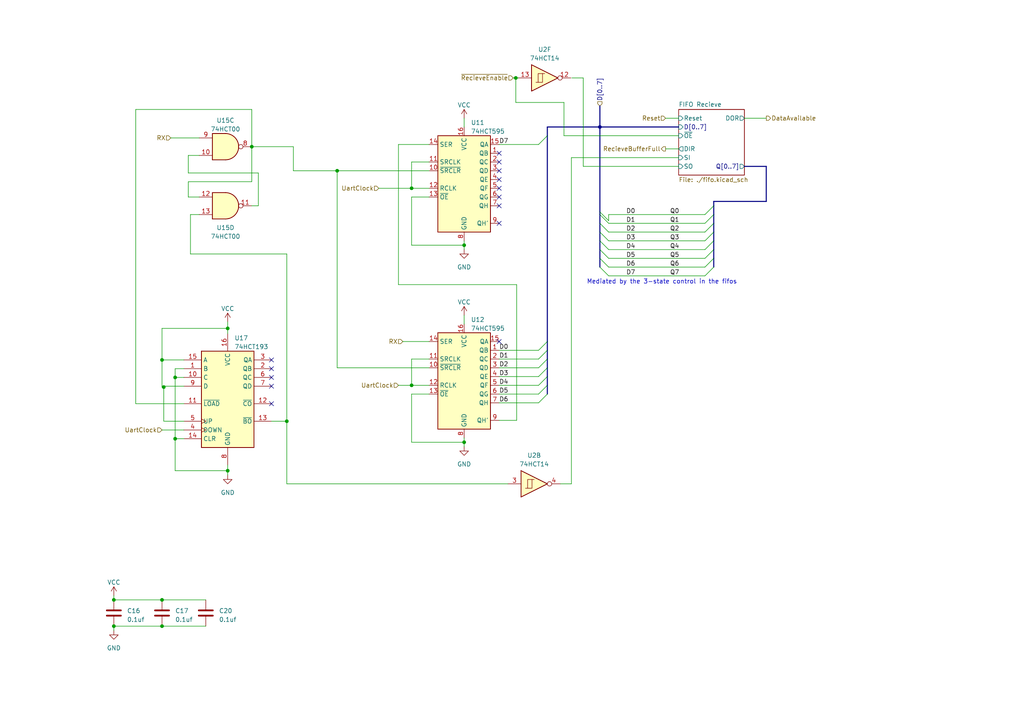
<source format=kicad_sch>
(kicad_sch (version 20231120) (generator "eeschema") (generator_version "8.0")
  (paper "A4")
  (lib_symbols
    (symbol "74xx:74HCT00" (pin_names (offset 1.016))
      (property "Reference" "U" (at 0 1.27 0))
      (property "Value" "74HCT00" (at 0 -1.27 0))
      (symbol "74HCT00_1_1"
        (arc (start 0 -3.81) (mid 3.7934 0) (end 0 3.81) (stroke (width 0.254)) (fill (type background)))
        (polyline (pts (xy 0 3.81) (xy -3.81 3.81) (xy -3.81 -3.81) (xy 0 -3.81)) (stroke (width 0.254)) (fill (type background)))
        (pin input line (at -7.62 2.54 0) (length 3.81) (name "~") (number "1"))
        (pin input line (at -7.62 -2.54 0) (length 3.81) (name "~") (number "2"))
        (pin output inverted (at 7.62 0 180) (length 3.81) (name "~") (number "3"))
      )
      (symbol "74HCT00_1_2"
        (arc (start -3.81 -3.81) (mid -2.589 0) (end -3.81 3.81) (stroke (width 0.254)))
        (arc (start -0.6096 -3.81) (mid 2.1842 -2.5851) (end 3.81 0) (stroke (width 0.254)) (fill (type background)))
        (polyline (pts (xy -3.81 -3.81) (xy -0.635 -3.81)) (stroke (width 0.254)) (fill (type background)))
        (polyline (pts (xy -3.81 3.81) (xy -0.635 3.81)) (stroke (width 0.254)) (fill (type background)))
        (polyline (pts (xy -0.635 3.81) (xy -3.81 3.81) (xy -3.81 3.81) (xy -3.556 3.4036) (xy -3.0226 2.2606) (xy -2.6924 1.0414) (xy -2.6162 -0.254) (xy -2.7686 -1.4986) (xy -3.175 -2.7178) (xy -3.81 -3.81) (xy -3.81 -3.81) (xy -0.635 -3.81)) (stroke (width -25.4)) (fill (type background)))
        (arc (start 3.81 0) (mid 2.1915 2.5936) (end -0.6096 3.81) (stroke (width 0.254)) (fill (type background)))
        (pin input inverted (at -7.62 2.54 0) (length 4.318) (name "~") (number "1"))
        (pin input inverted (at -7.62 -2.54 0) (length 4.318) (name "~") (number "2"))
        (pin output line (at 7.62 0 180) (length 3.81) (name "~") (number "3"))
      )
      (symbol "74HCT00_2_1"
        (arc (start 0 -3.81) (mid 3.7934 0) (end 0 3.81) (stroke (width 0.254)) (fill (type background)))
        (polyline (pts (xy 0 3.81) (xy -3.81 3.81) (xy -3.81 -3.81) (xy 0 -3.81)) (stroke (width 0.254)) (fill (type background)))
        (pin input line (at -7.62 2.54 0) (length 3.81) (name "~") (number "4"))
        (pin input line (at -7.62 -2.54 0) (length 3.81) (name "~") (number "5"))
        (pin output inverted (at 7.62 0 180) (length 3.81) (name "~") (number "6"))
      )
      (symbol "74HCT00_2_2"
        (arc (start -3.81 -3.81) (mid -2.589 0) (end -3.81 3.81) (stroke (width 0.254)))
        (arc (start -0.6096 -3.81) (mid 2.1842 -2.5851) (end 3.81 0) (stroke (width 0.254)) (fill (type background)))
        (polyline (pts (xy -3.81 -3.81) (xy -0.635 -3.81)) (stroke (width 0.254)) (fill (type background)))
        (polyline (pts (xy -3.81 3.81) (xy -0.635 3.81)) (stroke (width 0.254)) (fill (type background)))
        (polyline (pts (xy -0.635 3.81) (xy -3.81 3.81) (xy -3.81 3.81) (xy -3.556 3.4036) (xy -3.0226 2.2606) (xy -2.6924 1.0414) (xy -2.6162 -0.254) (xy -2.7686 -1.4986) (xy -3.175 -2.7178) (xy -3.81 -3.81) (xy -3.81 -3.81) (xy -0.635 -3.81)) (stroke (width -25.4)) (fill (type background)))
        (arc (start 3.81 0) (mid 2.1915 2.5936) (end -0.6096 3.81) (stroke (width 0.254)) (fill (type background)))
        (pin input inverted (at -7.62 2.54 0) (length 4.318) (name "~") (number "4"))
        (pin input inverted (at -7.62 -2.54 0) (length 4.318) (name "~") (number "5"))
        (pin output line (at 7.62 0 180) (length 3.81) (name "~") (number "6"))
      )
      (symbol "74HCT00_3_1"
        (arc (start 0 -3.81) (mid 3.7934 0) (end 0 3.81) (stroke (width 0.254)) (fill (type background)))
        (polyline (pts (xy 0 3.81) (xy -3.81 3.81) (xy -3.81 -3.81) (xy 0 -3.81)) (stroke (width 0.254)) (fill (type background)))
        (pin input line (at -7.62 -2.54 0) (length 3.81) (name "~") (number "10"))
        (pin output inverted (at 7.62 0 180) (length 3.81) (name "~") (number "8"))
        (pin input line (at -7.62 2.54 0) (length 3.81) (name "~") (number "9"))
      )
      (symbol "74HCT00_3_2"
        (arc (start -3.81 -3.81) (mid -2.589 0) (end -3.81 3.81) (stroke (width 0.254)))
        (arc (start -0.6096 -3.81) (mid 2.1842 -2.5851) (end 3.81 0) (stroke (width 0.254)) (fill (type background)))
        (polyline (pts (xy -3.81 -3.81) (xy -0.635 -3.81)) (stroke (width 0.254)) (fill (type background)))
        (polyline (pts (xy -3.81 3.81) (xy -0.635 3.81)) (stroke (width 0.254)) (fill (type background)))
        (polyline (pts (xy -0.635 3.81) (xy -3.81 3.81) (xy -3.81 3.81) (xy -3.556 3.4036) (xy -3.0226 2.2606) (xy -2.6924 1.0414) (xy -2.6162 -0.254) (xy -2.7686 -1.4986) (xy -3.175 -2.7178) (xy -3.81 -3.81) (xy -3.81 -3.81) (xy -0.635 -3.81)) (stroke (width -25.4)) (fill (type background)))
        (arc (start 3.81 0) (mid 2.1915 2.5936) (end -0.6096 3.81) (stroke (width 0.254)) (fill (type background)))
        (pin input inverted (at -7.62 -2.54 0) (length 4.318) (name "~") (number "10"))
        (pin output line (at 7.62 0 180) (length 3.81) (name "~") (number "8"))
        (pin input inverted (at -7.62 2.54 0) (length 4.318) (name "~") (number "9"))
      )
      (symbol "74HCT00_4_1"
        (arc (start 0 -3.81) (mid 3.7934 0) (end 0 3.81) (stroke (width 0.254)) (fill (type background)))
        (polyline (pts (xy 0 3.81) (xy -3.81 3.81) (xy -3.81 -3.81) (xy 0 -3.81)) (stroke (width 0.254)) (fill (type background)))
        (pin output inverted (at 7.62 0 180) (length 3.81) (name "~") (number "11"))
        (pin input line (at -7.62 2.54 0) (length 3.81) (name "~") (number "12"))
        (pin input line (at -7.62 -2.54 0) (length 3.81) (name "~") (number "13"))
      )
      (symbol "74HCT00_4_2"
        (arc (start -3.81 -3.81) (mid -2.589 0) (end -3.81 3.81) (stroke (width 0.254)))
        (arc (start -0.6096 -3.81) (mid 2.1842 -2.5851) (end 3.81 0) (stroke (width 0.254)) (fill (type background)))
        (polyline (pts (xy -3.81 -3.81) (xy -0.635 -3.81)) (stroke (width 0.254)) (fill (type background)))
        (polyline (pts (xy -3.81 3.81) (xy -0.635 3.81)) (stroke (width 0.254)) (fill (type background)))
        (polyline (pts (xy -0.635 3.81) (xy -3.81 3.81) (xy -3.81 3.81) (xy -3.556 3.4036) (xy -3.0226 2.2606) (xy -2.6924 1.0414) (xy -2.6162 -0.254) (xy -2.7686 -1.4986) (xy -3.175 -2.7178) (xy -3.81 -3.81) (xy -3.81 -3.81) (xy -0.635 -3.81)) (stroke (width -25.4)) (fill (type background)))
        (arc (start 3.81 0) (mid 2.1915 2.5936) (end -0.6096 3.81) (stroke (width 0.254)) (fill (type background)))
        (pin output line (at 7.62 0 180) (length 3.81) (name "~") (number "11"))
        (pin input inverted (at -7.62 2.54 0) (length 4.318) (name "~") (number "12"))
        (pin input inverted (at -7.62 -2.54 0) (length 4.318) (name "~") (number "13"))
      )
      (symbol "74HCT00_5_0"
        (pin power_in line (at 0 12.7 270) (length 5.08) (name "VCC") (number "14"))
        (pin power_in line (at 0 -12.7 90) (length 5.08) (name "GND") (number "7"))
      )
      (symbol "74HCT00_5_1"
        (rectangle (start -5.08 7.62) (end 5.08 -7.62) (stroke (width 0.254)) (fill (type background)))
      )
    )
    (symbol "74xx:74LS14" (pin_names (offset 1.016))
      (property "Reference" "U" (at 0 1.27 0))
      (property "Value" "74LS14" (at 0 -1.27 0))
      (symbol "74LS14_1_0"
        (polyline (pts (xy -3.81 3.81) (xy -3.81 -3.81) (xy 3.81 0) (xy -3.81 3.81)) (stroke (width 0.254)) (fill (type background)))
        (pin input line (at -7.62 0 0) (length 3.81) (name "~") (number "1"))
        (pin output inverted (at 7.62 0 180) (length 3.81) (name "~") (number "2"))
      )
      (symbol "74LS14_1_1"
        (polyline (pts (xy -1.905 -1.27) (xy -1.905 1.27) (xy -0.635 1.27)))
        (polyline (pts (xy -2.54 -1.27) (xy -0.635 -1.27) (xy -0.635 1.27) (xy 0 1.27)))
      )
      (symbol "74LS14_2_0"
        (polyline (pts (xy -3.81 3.81) (xy -3.81 -3.81) (xy 3.81 0) (xy -3.81 3.81)) (stroke (width 0.254)) (fill (type background)))
        (pin input line (at -7.62 0 0) (length 3.81) (name "~") (number "3"))
        (pin output inverted (at 7.62 0 180) (length 3.81) (name "~") (number "4"))
      )
      (symbol "74LS14_2_1"
        (polyline (pts (xy -1.905 -1.27) (xy -1.905 1.27) (xy -0.635 1.27)))
        (polyline (pts (xy -2.54 -1.27) (xy -0.635 -1.27) (xy -0.635 1.27) (xy 0 1.27)))
      )
      (symbol "74LS14_3_0"
        (polyline (pts (xy -3.81 3.81) (xy -3.81 -3.81) (xy 3.81 0) (xy -3.81 3.81)) (stroke (width 0.254)) (fill (type background)))
        (pin input line (at -7.62 0 0) (length 3.81) (name "~") (number "5"))
        (pin output inverted (at 7.62 0 180) (length 3.81) (name "~") (number "6"))
      )
      (symbol "74LS14_3_1"
        (polyline (pts (xy -1.905 -1.27) (xy -1.905 1.27) (xy -0.635 1.27)))
        (polyline (pts (xy -2.54 -1.27) (xy -0.635 -1.27) (xy -0.635 1.27) (xy 0 1.27)))
      )
      (symbol "74LS14_4_0"
        (polyline (pts (xy -3.81 3.81) (xy -3.81 -3.81) (xy 3.81 0) (xy -3.81 3.81)) (stroke (width 0.254)) (fill (type background)))
        (pin output inverted (at 7.62 0 180) (length 3.81) (name "~") (number "8"))
        (pin input line (at -7.62 0 0) (length 3.81) (name "~") (number "9"))
      )
      (symbol "74LS14_4_1"
        (polyline (pts (xy -1.905 -1.27) (xy -1.905 1.27) (xy -0.635 1.27)))
        (polyline (pts (xy -2.54 -1.27) (xy -0.635 -1.27) (xy -0.635 1.27) (xy 0 1.27)))
      )
      (symbol "74LS14_5_0"
        (polyline (pts (xy -3.81 3.81) (xy -3.81 -3.81) (xy 3.81 0) (xy -3.81 3.81)) (stroke (width 0.254)) (fill (type background)))
        (pin output inverted (at 7.62 0 180) (length 3.81) (name "~") (number "10"))
        (pin input line (at -7.62 0 0) (length 3.81) (name "~") (number "11"))
      )
      (symbol "74LS14_5_1"
        (polyline (pts (xy -1.905 -1.27) (xy -1.905 1.27) (xy -0.635 1.27)))
        (polyline (pts (xy -2.54 -1.27) (xy -0.635 -1.27) (xy -0.635 1.27) (xy 0 1.27)))
      )
      (symbol "74LS14_6_0"
        (polyline (pts (xy -3.81 3.81) (xy -3.81 -3.81) (xy 3.81 0) (xy -3.81 3.81)) (stroke (width 0.254)) (fill (type background)))
        (pin output inverted (at 7.62 0 180) (length 3.81) (name "~") (number "12"))
        (pin input line (at -7.62 0 0) (length 3.81) (name "~") (number "13"))
      )
      (symbol "74LS14_6_1"
        (polyline (pts (xy -1.905 -1.27) (xy -1.905 1.27) (xy -0.635 1.27)))
        (polyline (pts (xy -2.54 -1.27) (xy -0.635 -1.27) (xy -0.635 1.27) (xy 0 1.27)))
      )
      (symbol "74LS14_7_0"
        (pin power_in line (at 0 12.7 270) (length 5.08) (name "VCC") (number "14"))
        (pin power_in line (at 0 -12.7 90) (length 5.08) (name "GND") (number "7"))
      )
      (symbol "74LS14_7_1"
        (rectangle (start -5.08 7.62) (end 5.08 -7.62) (stroke (width 0.254)) (fill (type background)))
      )
    )
    (symbol "74xx:74LS193"
      (property "Reference" "U" (at -7.62 13.97 0))
      (property "Value" "74LS193" (at 5.08 13.97 0))
      (symbol "74LS193_1_0"
        (pin input line (at -12.7 7.62 0) (length 5.08) (name "B") (number "1"))
        (pin input line (at -12.7 5.08 0) (length 5.08) (name "C") (number "10"))
        (pin input line (at -12.7 -2.54 0) (length 5.08) (name "~{LOAD}") (number "11"))
        (pin output line (at 12.7 -2.54 180) (length 5.08) (name "~{CO}") (number "12"))
        (pin output line (at 12.7 -7.62 180) (length 5.08) (name "~{BO}") (number "13"))
        (pin input line (at -12.7 -12.7 0) (length 5.08) (name "CLR") (number "14"))
        (pin input line (at -12.7 10.16 0) (length 5.08) (name "A") (number "15"))
        (pin power_in line (at 0 17.78 270) (length 5.08) (name "VCC") (number "16"))
        (pin output line (at 12.7 7.62 180) (length 5.08) (name "QB") (number "2"))
        (pin output line (at 12.7 10.16 180) (length 5.08) (name "QA") (number "3"))
        (pin input clock (at -12.7 -10.16 0) (length 5.08) (name "DOWN") (number "4"))
        (pin input clock (at -12.7 -7.62 0) (length 5.08) (name "UP") (number "5"))
        (pin output line (at 12.7 5.08 180) (length 5.08) (name "QC") (number "6"))
        (pin output line (at 12.7 2.54 180) (length 5.08) (name "QD") (number "7"))
        (pin power_in line (at 0 -20.32 90) (length 5.08) (name "GND") (number "8"))
        (pin input line (at -12.7 2.54 0) (length 5.08) (name "D") (number "9"))
      )
      (symbol "74LS193_1_1"
        (rectangle (start -7.62 12.7) (end 7.62 -15.24) (stroke (width 0.254)) (fill (type background)))
      )
    )
    (symbol "74xx:74LS595"
      (property "Reference" "U" (at -7.62 13.97 0))
      (property "Value" "74LS595" (at -7.62 -16.51 0))
      (symbol "74LS595_1_0"
        (pin tri_state line (at 10.16 7.62 180) (length 2.54) (name "QB") (number "1"))
        (pin input line (at -10.16 2.54 0) (length 2.54) (name "~{SRCLR}") (number "10"))
        (pin input line (at -10.16 5.08 0) (length 2.54) (name "SRCLK") (number "11"))
        (pin input line (at -10.16 -2.54 0) (length 2.54) (name "RCLK") (number "12"))
        (pin input line (at -10.16 -5.08 0) (length 2.54) (name "~{OE}") (number "13"))
        (pin input line (at -10.16 10.16 0) (length 2.54) (name "SER") (number "14"))
        (pin tri_state line (at 10.16 10.16 180) (length 2.54) (name "QA") (number "15"))
        (pin power_in line (at 0 15.24 270) (length 2.54) (name "VCC") (number "16"))
        (pin tri_state line (at 10.16 5.08 180) (length 2.54) (name "QC") (number "2"))
        (pin tri_state line (at 10.16 2.54 180) (length 2.54) (name "QD") (number "3"))
        (pin tri_state line (at 10.16 0 180) (length 2.54) (name "QE") (number "4"))
        (pin tri_state line (at 10.16 -2.54 180) (length 2.54) (name "QF") (number "5"))
        (pin tri_state line (at 10.16 -5.08 180) (length 2.54) (name "QG") (number "6"))
        (pin tri_state line (at 10.16 -7.62 180) (length 2.54) (name "QH") (number "7"))
        (pin power_in line (at 0 -17.78 90) (length 2.54) (name "GND") (number "8"))
        (pin output line (at 10.16 -12.7 180) (length 2.54) (name "QH'") (number "9"))
      )
      (symbol "74LS595_1_1"
        (rectangle (start -7.62 12.7) (end 7.62 -15.24) (stroke (width 0.254)) (fill (type background)))
      )
    )
    (symbol "Device:C" (pin_numbers hide) (pin_names (offset 0.254))
      (property "Reference" "C" (at 0.635 2.54 0))
      (property "Value" "C" (at 0.635 -2.54 0))
      (symbol "C_0_1"
        (polyline (pts (xy -2.032 -0.762) (xy 2.032 -0.762)) (stroke (width 0.508)))
        (polyline (pts (xy -2.032 0.762) (xy 2.032 0.762)) (stroke (width 0.508)))
      )
      (symbol "C_1_1"
        (pin passive line (at 0 3.81 270) (length 2.794) (name "~") (number "1"))
        (pin passive line (at 0 -3.81 90) (length 2.794) (name "~") (number "2"))
      )
    )
    (symbol "power:GND" (power) (pin_names (offset 0))
      (property "Value" "GND" (at 0 -3.81 0))
      (symbol "GND_0_1"
        (polyline (pts (xy 0 0) (xy 0 -1.27) (xy 1.27 -1.27) (xy 0 -2.54) (xy -1.27 -1.27) (xy 0 -1.27)))
      )
      (symbol "GND_1_1"
        (pin power_in line (at 0 0 270) (length 0) hide (name "GND") (number "1"))
      )
    )
    (symbol "power:VCC" (power) (pin_names (offset 0))
      (property "Value" "VCC" (at 0 3.81 0))
      (symbol "VCC_0_1"
        (polyline (pts (xy -0.762 1.27) (xy 0 2.54)))
        (polyline (pts (xy 0 0) (xy 0 2.54)))
        (polyline (pts (xy 0 2.54) (xy 0.762 1.27)))
      )
      (symbol "VCC_1_1"
        (pin power_in line (at 0 0 90) (length 0) hide (name "VCC") (number "1"))
      )
    )
  )
  (junction (at 97.79 49.53))
  (junction (at 134.62 71.12))
  (junction (at 33.02 173.99))
  (junction (at 50.8 109.474))
  (junction (at 119.38 54.61))
  (junction (at 119.38 111.76))
  (junction (at 173.99 36.83))
  (junction (at 73.025 42.545))
  (junction (at 66.04 95.25))
  (junction (at 46.99 181.61))
  (junction (at 46.99 173.99))
  (junction (at 50.8 127.254))
  (junction (at 33.02 181.61))
  (junction (at 46.99 104.394))
  (junction (at 134.62 128.27))
  (junction (at 83.185 122.174))
  (junction (at 47.498 112.268))
  (junction (at 149.606 22.606))
  (junction (at 66.04 136.525))
  (no_connect (at 144.78 64.77))
  (no_connect (at 78.74 117.094))
  (no_connect (at 144.78 59.69))
  (no_connect (at 144.78 99.06))
  (no_connect (at 78.74 106.934))
  (no_connect (at 144.78 54.61))
  (no_connect (at 144.78 52.07))
  (no_connect (at 78.74 109.474))
  (no_connect (at 144.78 57.15))
  (no_connect (at 144.78 44.45))
  (no_connect (at 144.78 46.99))
  (no_connect (at 144.78 49.53))
  (no_connect (at 78.74 104.394))
  (no_connect (at 78.74 112.014))
  (bus_entry (at 173.99 64.77) (size 2.54 2.54))
  (bus_entry (at 173.99 62.23) (size 2.54 2.54))
  (bus_entry (at 158.75 101.6) (size -2.54 2.54))
  (bus_entry (at 173.99 77.47) (size 2.54 2.54))
  (bus_entry (at 173.99 61.468) (size 2.54 2.54))
  (bus_entry (at 207.01 67.31) (size -2.54 2.54))
  (bus_entry (at 158.75 39.37) (size -2.54 2.54))
  (bus_entry (at 158.75 109.22) (size -2.54 2.54))
  (bus_entry (at 207.01 77.47) (size -2.54 2.54))
  (bus_entry (at 207.01 64.77) (size -2.54 2.54))
  (bus_entry (at 158.75 111.76) (size -2.54 2.54))
  (bus_entry (at 207.01 62.23) (size -2.54 2.54))
  (bus_entry (at 207.01 59.69) (size -2.54 2.54))
  (bus_entry (at 173.99 74.93) (size 2.54 2.54))
  (bus_entry (at 173.99 72.39) (size 2.54 2.54))
  (bus_entry (at 207.01 74.93) (size -2.54 2.54))
  (bus_entry (at 158.75 106.68) (size -2.54 2.54))
  (bus_entry (at 173.99 67.31) (size 2.54 2.54))
  (bus_entry (at 173.99 69.85) (size 2.54 2.54))
  (bus_entry (at 158.75 104.14) (size -2.54 2.54))
  (bus_entry (at 207.01 72.39) (size -2.54 2.54))
  (bus_entry (at 158.75 99.06) (size -2.54 2.54))
  (bus_entry (at 207.01 69.85) (size -2.54 2.54))
  (bus_entry (at 158.75 114.3) (size -2.54 2.54))
  (wire (pts (xy 97.79 106.68) (xy 124.46 106.68)))
  (bus (pts (xy 207.01 67.31) (xy 207.01 69.85)))
  (wire (pts (xy 176.53 64.77) (xy 204.47 64.77)))
  (wire (pts (xy 124.46 54.61) (xy 119.38 54.61)))
  (wire (pts (xy 47.752 112.014) (xy 47.752 112.268)))
  (wire (pts (xy 215.9 34.29) (xy 222.25 34.29)))
  (bus (pts (xy 158.75 111.76) (xy 158.75 114.3)))
  (bus (pts (xy 173.99 61.468) (xy 173.99 62.23)))
  (wire (pts (xy 66.04 95.25) (xy 66.04 96.774)))
  (wire (pts (xy 66.04 136.525) (xy 66.04 137.795)))
  (bus (pts (xy 222.25 58.42) (xy 207.01 58.42)))
  (bus (pts (xy 173.99 62.23) (xy 173.99 64.77)))
  (bus (pts (xy 207.01 72.39) (xy 207.01 74.93)))
  (wire (pts (xy 149.606 22.606) (xy 150.368 22.606)))
  (wire (pts (xy 33.02 181.61) (xy 33.02 182.88)))
  (wire (pts (xy 50.8 109.474) (xy 50.8 127.254)))
  (wire (pts (xy 55.245 73.66) (xy 55.245 62.23)))
  (wire (pts (xy 149.606 29.718) (xy 149.606 22.606)))
  (wire (pts (xy 148.844 22.606) (xy 149.606 22.606)))
  (wire (pts (xy 83.185 122.174) (xy 83.185 140.335)))
  (bus (pts (xy 207.01 69.85) (xy 207.01 72.39)))
  (wire (pts (xy 176.53 74.93) (xy 204.47 74.93)))
  (wire (pts (xy 66.04 134.874) (xy 66.04 136.525)))
  (wire (pts (xy 46.99 112.268) (xy 47.498 112.268)))
  (bus (pts (xy 173.99 36.83) (xy 173.99 61.468)))
  (wire (pts (xy 165.735 45.72) (xy 165.735 140.335)))
  (wire (pts (xy 144.78 111.76) (xy 156.21 111.76)))
  (wire (pts (xy 193.04 34.29) (xy 196.85 34.29)))
  (bus (pts (xy 173.99 72.39) (xy 173.99 74.93)))
  (wire (pts (xy 66.04 93.345) (xy 66.04 95.25)))
  (wire (pts (xy 119.38 114.3) (xy 119.38 128.27)))
  (wire (pts (xy 74.93 50.165) (xy 54.61 50.165)))
  (wire (pts (xy 74.93 59.69) (xy 74.93 50.165)))
  (wire (pts (xy 55.245 62.23) (xy 57.785 62.23)))
  (wire (pts (xy 176.53 64.008) (xy 176.53 62.23)))
  (wire (pts (xy 119.38 46.99) (xy 119.38 54.61)))
  (bus (pts (xy 158.75 36.83) (xy 158.75 39.37)))
  (wire (pts (xy 39.37 31.75) (xy 39.37 117.094)))
  (bus (pts (xy 222.25 48.26) (xy 215.9 48.26)))
  (wire (pts (xy 134.62 127) (xy 134.62 128.27)))
  (wire (pts (xy 144.78 106.68) (xy 156.21 106.68)))
  (wire (pts (xy 144.78 41.91) (xy 156.21 41.91)))
  (wire (pts (xy 134.62 71.12) (xy 134.62 72.39)))
  (bus (pts (xy 207.01 62.23) (xy 207.01 64.77)))
  (wire (pts (xy 169.164 22.606) (xy 169.164 48.26)))
  (wire (pts (xy 50.8 127.254) (xy 50.8 136.525)))
  (bus (pts (xy 173.99 64.77) (xy 173.99 67.31)))
  (wire (pts (xy 176.53 67.31) (xy 204.47 67.31)))
  (wire (pts (xy 73.025 52.705) (xy 54.61 52.705)))
  (bus (pts (xy 158.75 36.83) (xy 173.99 36.83)))
  (wire (pts (xy 50.8 106.934) (xy 50.8 109.474)))
  (wire (pts (xy 147.32 140.335) (xy 83.185 140.335)))
  (wire (pts (xy 196.85 39.37) (xy 163.576 39.37)))
  (wire (pts (xy 162.56 140.335) (xy 165.735 140.335)))
  (wire (pts (xy 144.78 116.84) (xy 156.21 116.84)))
  (wire (pts (xy 47.498 112.268) (xy 47.498 122.174)))
  (wire (pts (xy 83.185 122.174) (xy 83.185 73.66)))
  (wire (pts (xy 149.86 121.92) (xy 149.86 82.55)))
  (bus (pts (xy 222.25 48.26) (xy 222.25 58.42)))
  (wire (pts (xy 46.99 104.394) (xy 53.34 104.394)))
  (bus (pts (xy 173.99 30.734) (xy 173.99 36.83)))
  (wire (pts (xy 53.34 106.934) (xy 50.8 106.934)))
  (wire (pts (xy 134.62 69.85) (xy 134.62 71.12)))
  (wire (pts (xy 176.53 72.39) (xy 204.47 72.39)))
  (wire (pts (xy 134.62 34.29) (xy 134.62 36.83)))
  (wire (pts (xy 124.46 114.3) (xy 119.38 114.3)))
  (wire (pts (xy 176.53 62.23) (xy 204.47 62.23)))
  (bus (pts (xy 207.01 74.93) (xy 207.01 77.47)))
  (wire (pts (xy 46.99 95.25) (xy 66.04 95.25)))
  (wire (pts (xy 134.62 128.27) (xy 134.62 129.54)))
  (wire (pts (xy 46.99 104.394) (xy 46.99 112.268)))
  (wire (pts (xy 193.04 43.18) (xy 196.85 43.18)))
  (bus (pts (xy 173.99 74.93) (xy 173.99 77.47)))
  (wire (pts (xy 115.57 111.76) (xy 119.38 111.76)))
  (wire (pts (xy 73.025 42.545) (xy 73.025 52.705)))
  (wire (pts (xy 47.752 112.268) (xy 47.498 112.268)))
  (wire (pts (xy 116.84 99.06) (xy 124.46 99.06)))
  (wire (pts (xy 134.62 91.44) (xy 134.62 93.98)))
  (wire (pts (xy 50.8 127.254) (xy 53.34 127.254)))
  (wire (pts (xy 119.38 128.27) (xy 134.62 128.27)))
  (wire (pts (xy 119.38 104.14) (xy 124.46 104.14)))
  (bus (pts (xy 173.99 36.83) (xy 196.85 36.83)))
  (wire (pts (xy 54.61 45.085) (xy 57.785 45.085)))
  (wire (pts (xy 124.46 111.76) (xy 119.38 111.76)))
  (wire (pts (xy 196.85 45.72) (xy 165.735 45.72)))
  (wire (pts (xy 176.53 80.01) (xy 204.47 80.01)))
  (bus (pts (xy 158.75 109.22) (xy 158.75 111.76)))
  (wire (pts (xy 33.02 173.99) (xy 33.02 172.72)))
  (wire (pts (xy 50.8 109.474) (xy 53.34 109.474)))
  (wire (pts (xy 144.78 121.92) (xy 149.86 121.92)))
  (wire (pts (xy 176.53 77.47) (xy 204.47 77.47)))
  (wire (pts (xy 39.37 31.75) (xy 73.025 31.75)))
  (wire (pts (xy 97.79 49.53) (xy 85.09 49.53)))
  (wire (pts (xy 46.99 95.25) (xy 46.99 104.394)))
  (wire (pts (xy 169.164 48.26) (xy 196.85 48.26)))
  (wire (pts (xy 47.752 112.014) (xy 53.34 112.014)))
  (wire (pts (xy 149.86 82.55) (xy 115.57 82.55)))
  (wire (pts (xy 165.862 22.606) (xy 169.164 22.606)))
  (wire (pts (xy 54.61 57.15) (xy 57.785 57.15)))
  (bus (pts (xy 158.75 106.68) (xy 158.75 109.22)))
  (wire (pts (xy 119.38 57.15) (xy 119.38 71.12)))
  (wire (pts (xy 163.576 39.37) (xy 163.576 29.718)))
  (bus (pts (xy 158.75 39.37) (xy 158.75 99.06)))
  (bus (pts (xy 173.99 69.85) (xy 173.99 72.39)))
  (wire (pts (xy 144.78 114.3) (xy 156.21 114.3)))
  (bus (pts (xy 207.01 64.77) (xy 207.01 67.31)))
  (wire (pts (xy 124.46 57.15) (xy 119.38 57.15)))
  (wire (pts (xy 119.38 104.14) (xy 119.38 111.76)))
  (wire (pts (xy 144.78 104.14) (xy 156.21 104.14)))
  (wire (pts (xy 54.61 52.705) (xy 54.61 57.15)))
  (wire (pts (xy 39.37 117.094) (xy 53.34 117.094)))
  (wire (pts (xy 119.38 71.12) (xy 134.62 71.12)))
  (bus (pts (xy 158.75 101.6) (xy 158.75 104.14)))
  (bus (pts (xy 158.75 99.06) (xy 158.75 101.6)))
  (wire (pts (xy 115.57 41.91) (xy 124.46 41.91)))
  (wire (pts (xy 54.61 50.165) (xy 54.61 45.085)))
  (wire (pts (xy 124.46 49.53) (xy 97.79 49.53)))
  (wire (pts (xy 83.185 73.66) (xy 55.245 73.66)))
  (wire (pts (xy 73.025 59.69) (xy 74.93 59.69)))
  (wire (pts (xy 46.99 181.61) (xy 59.69 181.61)))
  (wire (pts (xy 50.8 136.525) (xy 66.04 136.525)))
  (bus (pts (xy 173.99 67.31) (xy 173.99 69.85)))
  (wire (pts (xy 163.576 29.718) (xy 149.606 29.718)))
  (wire (pts (xy 46.99 181.61) (xy 33.02 181.61)))
  (bus (pts (xy 158.75 104.14) (xy 158.75 106.68)))
  (bus (pts (xy 207.01 58.42) (xy 207.01 59.69)))
  (wire (pts (xy 53.34 122.174) (xy 47.498 122.174)))
  (wire (pts (xy 144.78 109.22) (xy 156.21 109.22)))
  (wire (pts (xy 109.855 54.61) (xy 119.38 54.61)))
  (bus (pts (xy 207.01 59.69) (xy 207.01 62.23)))
  (wire (pts (xy 115.57 82.55) (xy 115.57 41.91)))
  (wire (pts (xy 156.21 101.6) (xy 144.78 101.6)))
  (wire (pts (xy 46.99 173.99) (xy 59.69 173.99)))
  (wire (pts (xy 46.99 173.99) (xy 33.02 173.99)))
  (wire (pts (xy 78.74 122.174) (xy 83.185 122.174)))
  (wire (pts (xy 85.09 49.53) (xy 85.09 42.545)))
  (wire (pts (xy 46.99 124.714) (xy 53.34 124.714)))
  (wire (pts (xy 49.53 40.005) (xy 57.785 40.005)))
  (wire (pts (xy 73.025 31.75) (xy 73.025 42.545)))
  (wire (pts (xy 119.38 46.99) (xy 124.46 46.99)))
  (wire (pts (xy 176.53 69.85) (xy 204.47 69.85)))
  (wire (pts (xy 73.025 42.545) (xy 85.09 42.545)))
  (wire (pts (xy 97.79 49.53) (xy 97.79 106.68)))
  (text "Mediated by the 3-state control in the fifos" (at 170.18 82.55 0) (effects (font (size 1.27 1.27)) (justify left bottom)))
  (label "D2" (at 144.78 106.68 0))
  (label "Q5" (at 194.31 74.93 0))
  (label "D7" (at 144.78 41.91 0))
  (label "Q1" (at 194.31 64.77 0))
  (label "D6" (at 181.61 77.47 0))
  (label "D4" (at 181.61 72.39 0))
  (label "D2" (at 181.61 67.31 0))
  (label "D0" (at 181.61 62.23 0))
  (label "Q7" (at 194.31 80.01 0))
  (label "Q6" (at 194.31 77.47 0))
  (label "D3" (at 181.61 69.85 0))
  (label "D5" (at 144.78 114.3 0))
  (label "Q3" (at 194.31 69.85 0))
  (label "D1" (at 144.78 104.14 0))
  (label "Q0" (at 194.31 62.23 0))
  (label "Q4" (at 194.31 72.39 0))
  (label "D4" (at 144.78 111.76 0))
  (label "Q2" (at 194.31 67.31 0))
  (label "D1" (at 181.61 64.77 0))
  (label "D3" (at 144.78 109.22 0))
  (label "D6" (at 144.78 116.84 0))
  (label "D0" (at 144.78 101.6 0))
  (label "D7" (at 181.61 80.01 0))
  (label "D5" (at 181.61 74.93 0))
  (hierarchical_label "RecieveBufferFull" (shape output) (at 193.04 43.18 180))
  (hierarchical_label "D[0..7]" (shape input) (at 173.99 30.734 90))
  (hierarchical_label "UartClock" (shape input) (at 115.57 111.76 180))
  (hierarchical_label "UartClock" (shape input) (at 46.99 124.714 180))
  (hierarchical_label "~{RecieveEnable}" (shape input) (at 148.844 22.606 180))
  (hierarchical_label "Reset" (shape input) (at 193.04 34.29 180))
  (hierarchical_label "UartClock" (shape input) (at 109.855 54.61 180))
  (hierarchical_label "DataAvailable" (shape output) (at 222.25 34.29 0))
  (hierarchical_label "RX" (shape input) (at 116.84 99.06 180))
  (hierarchical_label "RX" (shape input) (at 49.53 40.005 180))
  (symbol (lib_id "power:GND") (at 66.04 137.795 0) (unit 1)
    (property "Reference" "#PWR044" (effects (hide yes)))
    (property "Value" "GND" (at 66.04 142.875 0))
  )
  (symbol (lib_id "74xx:74LS595") (at 134.62 52.07 0) (unit 1)
    (property "Reference" "U11" (at 136.5759 35.56 0) (effects (justify left)))
    (property "Value" "74HCT595" (at 136.5759 38.1 0) (effects (justify left)))
    (property "Footprint" "Package_DIP:DIP-16_W7.62mm" (effects (hide yes)))
    (property "Datasheet" "http://www.ti.com/lit/gpn/sn74ls595" (effects (hide yes)))
  )
  (symbol (lib_id "Device:C") (at 59.69 177.8 0) (unit 1)
    (property "Reference" "C20" (at 63.5 177.165 0) (effects (justify left)))
    (property "Value" "0.1uf" (at 63.5 179.705 0) (effects (justify left)))
    (property "Footprint" "Capacitor_THT:C_Disc_D3.8mm_W2.6mm_P2.50mm" (effects (hide yes)))
  )
  (symbol (lib_id "74xx:74LS193") (at 66.04 114.554 0) (unit 1)
    (property "Reference" "U17" (at 67.9959 98.044 0) (effects (justify left)))
    (property "Value" "74HCT193" (at 67.9959 100.584 0) (effects (justify left)))
    (property "Footprint" "Package_DIP:DIP-16_W7.62mm" (effects (hide yes)))
    (property "Datasheet" "http://www.ti.com/lit/ds/symlink/sn74ls193.pdf" (effects (hide yes)))
  )
  (symbol (lib_id "power:VCC") (at 66.04 93.345 0) (unit 1)
    (property "Reference" "#PWR043" (effects (hide yes)))
    (property "Value" "VCC" (at 66.04 89.535 0))
  )
  (symbol (lib_id "74xx:74LS595") (at 134.62 109.22 0) (unit 1)
    (property "Reference" "U12" (at 136.5759 92.71 0) (effects (justify left)))
    (property "Value" "74HCT595" (at 136.5759 95.25 0) (effects (justify left)))
    (property "Footprint" "Package_DIP:DIP-16_W7.62mm" (effects (hide yes)))
    (property "Datasheet" "http://www.ti.com/lit/gpn/sn74ls595" (effects (hide yes)))
  )
  (symbol (lib_id "power:GND") (at 134.62 72.39 0) (unit 1)
    (property "Reference" "#PWR036" (effects (hide yes)))
    (property "Value" "GND" (at 134.62 77.47 0))
  )
  (symbol (lib_id "74xx:74HCT00") (at 65.405 42.545 0) (unit 3)
    (property "Reference" "U15" (at 65.3967 34.925 0))
    (property "Value" "74HCT00" (at 65.3967 37.465 0))
    (property "Footprint" "Package_DIP:DIP-14_W7.62mm" (effects (hide yes)))
    (property "Datasheet" "http://www.ti.com/lit/gpn/sn74hct00" (effects (hide yes)))
  )
  (symbol (lib_id "power:GND") (at 134.62 129.54 0) (unit 1)
    (property "Reference" "#PWR038" (effects (hide yes)))
    (property "Value" "GND" (at 134.62 134.62 0))
  )
  (symbol (lib_id "Device:C") (at 46.99 177.8 0) (unit 1)
    (property "Reference" "C17" (at 50.8 177.165 0) (effects (justify left)))
    (property "Value" "0.1uf" (at 50.8 179.705 0) (effects (justify left)))
    (property "Footprint" "Capacitor_THT:C_Disc_D3.8mm_W2.6mm_P2.50mm" (effects (hide yes)))
  )
  (symbol (lib_id "74xx:74HCT00") (at 65.405 59.69 0) (unit 4)
    (property "Reference" "U15" (at 65.405 66.04 0))
    (property "Value" "74HCT00" (at 65.405 68.58 0))
    (property "Footprint" "Package_DIP:DIP-14_W7.62mm" (effects (hide yes)))
    (property "Datasheet" "http://www.ti.com/lit/gpn/sn74hct00" (effects (hide yes)))
  )
  (symbol (lib_id "74xx:74LS14") (at 154.94 140.335 0) (unit 2)
    (property "Reference" "U2" (at 154.94 132.08 0))
    (property "Value" "74HCT14" (at 154.94 134.62 0))
    (property "Footprint" "Package_DIP:DIP-14_W7.62mm" (effects (hide yes)))
    (property "Datasheet" "http://www.ti.com/lit/gpn/sn74LS14" (effects (hide yes)))
  )
  (symbol (lib_id "power:VCC") (at 33.02 172.72 0) (unit 1)
    (property "Reference" "#PWR039" (effects (hide yes)))
    (property "Value" "VCC" (at 33.02 168.91 0))
  )
  (symbol (lib_id "power:GND") (at 33.02 182.88 0) (unit 1)
    (property "Reference" "#PWR040" (effects (hide yes)))
    (property "Value" "GND" (at 33.02 187.96 0))
  )
  (symbol (lib_id "power:VCC") (at 134.62 34.29 0) (unit 1)
    (property "Reference" "#PWR035" (effects (hide yes)))
    (property "Value" "VCC" (at 134.62 30.48 0))
  )
  (symbol (lib_id "power:VCC") (at 134.62 91.44 0) (unit 1)
    (property "Reference" "#PWR037" (effects (hide yes)))
    (property "Value" "VCC" (at 134.62 87.63 0))
  )
  (symbol (lib_id "Device:C") (at 33.02 177.8 0) (unit 1)
    (property "Reference" "C16" (at 36.83 177.165 0) (effects (justify left)))
    (property "Value" "0.1uf" (at 36.83 179.705 0) (effects (justify left)))
    (property "Footprint" "Capacitor_THT:C_Disc_D3.8mm_W2.6mm_P2.50mm" (effects (hide yes)))
  )
  (symbol (lib_id "74xx:74LS14") (at 157.988 22.606 0) (unit 6)
    (property "Reference" "U2" (at 157.988 14.351 0))
    (property "Value" "74HCT14" (at 157.988 16.891 0))
    (property "Footprint" "Package_DIP:DIP-14_W7.62mm" (effects (hide yes)))
    (property "Datasheet" "http://www.ti.com/lit/gpn/sn74LS14" (effects (hide yes)))
  )
  (sheet (at 196.85 31.75) (size 19.05 19.05) (stroke (width 0.1524))
    (property "Sheetname" "FIFO Recieve" (at 196.85 31.0384 0) (effects (justify left bottom)))
    (property "Sheetfile" "./fifo.kicad_sch" (at 196.85 51.3846 0) (effects (justify left top)))
    (pin "Q[0..7]" output (at 215.9 48.26 0))
    (pin "DOR" output (at 215.9 34.29 0))
    (pin "SO" input (at 196.85 48.26 180))
    (pin "Reset" input (at 196.85 34.29 180))
    (pin "SI" input (at 196.85 45.72 180))
    (pin "D[0..7]" input (at 196.85 36.83 180))
    (pin "DIR" output (at 196.85 43.18 180))
    (pin "~{OE}" input (at 196.85 39.37 180))
  )
)
</source>
